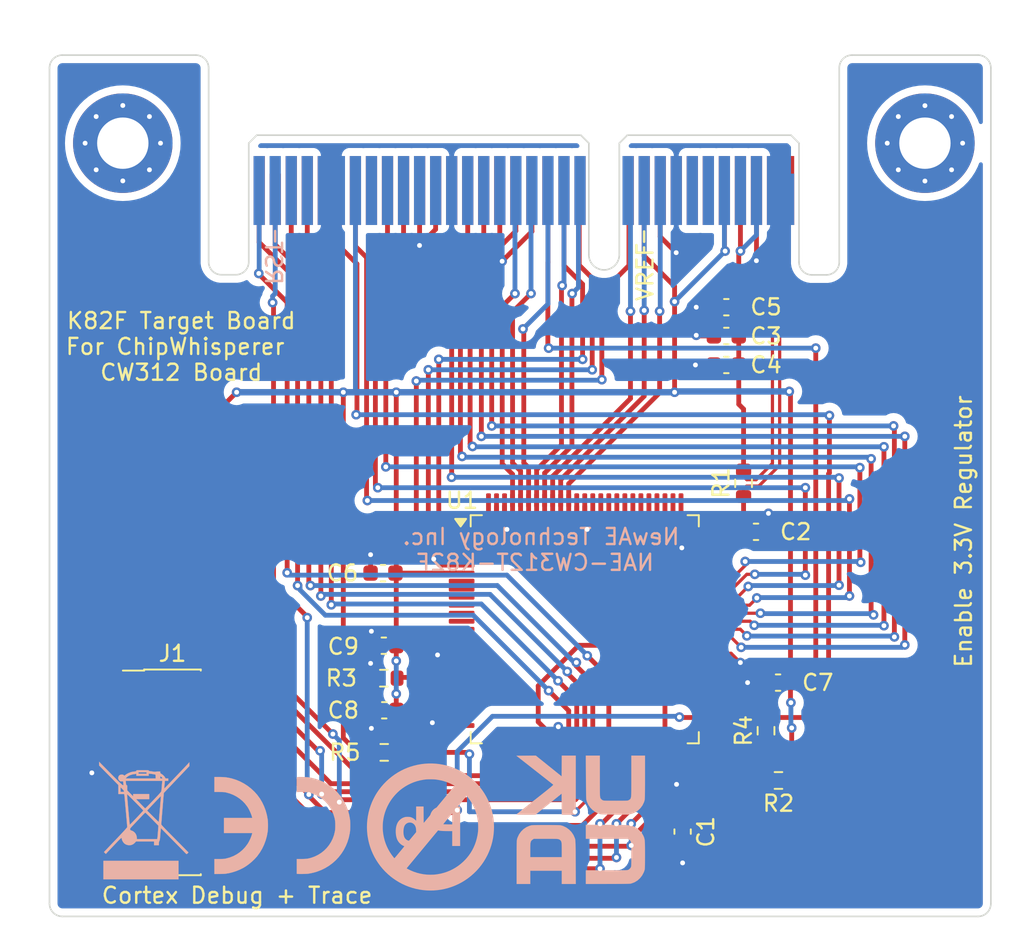
<source format=kicad_pcb>
(kicad_pcb (version 20240108) (generator "pcbnew") (generator_version "8.0")
  (layers (0 "F.Cu" signal) (31 "B.Cu" signal) (34 "B.Paste" user) (35 "F.Paste" user) (36 "B.SilkS" user "B.Silkscreen") (37 "F.SilkS" user "F.Silkscreen") (38 "B.Mask" user) (39 "F.Mask" user) (44 "Edge.Cuts" user))
  (net 0 "")
  (net 1 "GND")
  (net 2 "/K82/TRACED1")
  (net 3 "/K82/TRACECLK")
  (net 4 "/K82/TRACED0")
  (net 5 "VCC")
  (net 6 "/K82/TRACED2")
  (net 7 "/K82/TRACED3")
  (net 8 "/CW312T_Connector/FILT_HP")
  (net 12 "/CW312T_Connector/HDR7")
  (net 13 "/CW312T_Connector/GPIO3")
  (net 14 "/CW312T_Connector/JTAG_TRST")
  (net 15 "JTAG_TDO")
  (net 17 "/CW312T_Connector/HDR8")
  (net 18 "/CW312T_Connector/SHUNTL")
  (net 20 "/CW312T_Connector/HDR5")
  (net 21 "/CW312T_Connector/CS")
  (net 22 "/CW312T_Connector/HDR1")
  (net 24 "/CW312T_Connector/GPIO2_RX")
  (net 26 "/CW312T_Connector/CLKIN")
  (net 27 "/CW312T_Connector/HDR2")
  (net 29 "/CW312T_Connector/GPIO4")
  (net 32 "/CW312T_Connector/HDR4")
  (net 34 "/CW312T_Connector/GPIO1_TX")
  (net 36 "/CW312T_Connector/LED2")
  (net 37 "/CW312T_Connector/LED3")
  (net 38 "/CW312T_Connector/MISO")
  (net 39 "/CW312T_Connector/MOSI")
  (net 40 "/CW312T_Connector/LED1")
  (net 42 "/CW312T_Connector/HDR6")
  (net 44 "/CW312T_Connector/SCK")
  (net 46 "/CW312T_Connector/HDR3")
  (net 56 "JTAG_TMS")
  (net 66 "JTAG_TCK")
  (net 83 "nRST")
  (net 91 "JTAG_TDI")
  (net 99 "Net-(U1-PTA18{slash}EXTAL0)")
  (net 100 "Net-(U1-VOUT33)")
  (net 101 "Net-(U1-PTA4{slash}LLWU_P3)")
  (footprint "Package_QFP:LQFP-100_14x14mm_P0.5mm" (layer "F.Cu") (at 157.9 95.824999)
    (property "Reference" "U1")
    (property "Value" "MK82FN256VLL15")
  )
  (footprint "Silkscrren_Symbols:CE-Logo_8.5x6mm_SilkScreen" (layer "F.Cu") (at 139.05 108.05)
    (property "Reference" "PCB1" (hide yes))
    (property "Value" "CE Symbol" (hide yes))
  )
  (footprint "Resistor_SMD:R_0603_1608Metric" (layer "F.Cu") (at 145.375001 98.875002 180)
    (property "Reference" "R3")
    (property "Value" "RES_10k_0603")
  )
  (footprint "Connector_PinHeader_1.27mm:PinHeader_2x10_P1.27mm_Vertical_SMD" (layer "F.Cu") (at 132.2 104.745)
    (property "Reference" "J1")
    (property "Value" "20_pin")
  )
  (footprint "Resistor_SMD:R_0603_1608Metric" (layer "F.Cu") (at 169.975 105.25 180)
    (property "Reference" "R2")
    (property "Value" "RES_10R_0603")
  )
  (footprint "Capacitor_SMD:C_0603_1608Metric" (layer "F.Cu") (at 166.725 75.75)
    (property "Reference" "C5")
    (property "Value" "CAP_2u2_6.3V_0603")
  )
  (footprint "Resistor_SMD:R_0603_1608Metric" (layer "F.Cu") (at 145.4 103.5)
    (property "Reference" "R5")
    (property "Value" "RES_10k_0603")
  )
  (footprint "Resistor_SMD:R_0603_1608Metric" (layer "F.Cu") (at 167.8 86.725 90)
    (property "Reference" "R1")
    (property "Value" "RES_10R_0603")
  )
  (footprint "Silkscrren_Symbols:UKCA-Logo_8x8mm_SilkScreen" (layer "F.Cu") (at 157.019899 107.700334)
    (property "Reference" "PCB3" (hide yes))
    (property "Value" "UKCA symbol" (hide yes))
  )
  (footprint "Silkscrren_Symbols:Pb_Free_8.0x8.0mm_SilkScreen" (layer "F.Cu") (at 147.55 108.15)
    (property "Reference" "PCB2" (hide yes))
    (property "Value" "Pb_Free Symbol" (hide yes))
  )
  (footprint "tutorial_2_library:CW312_Template" (layer "F.Cu") (at 129.105 65.525)
    (property "Reference" "P1" (hide yes))
    (property "Value" "PCIEx4 EDGE CONNECTOR")
    (fp_line (start -4.57 -4.69) (end -4.57 47.4) (stroke (width 0.1)) (layer "Edge.Cuts"))
    (fp_line (start 4.55 -5.49) (end -3.77 -5.49) (stroke (width 0.1)) (layer "Edge.Cuts"))
    (fp_line (start 5.35 7.4) (end 5.35 -4.69) (stroke (width 0.1)) (layer "Edge.Cuts"))
    (fp_line (start 7.05 8.2) (end 6.15 8.2) (stroke (width 0.1)) (layer "Edge.Cuts"))
    (fp_line (start 7.85 0) (end 8.35 -0.5) (stroke (width 0.1)) (layer "Edge.Cuts"))
    (fp_line (start 7.85 7.4) (end 7.85 0) (stroke (width 0.1)) (layer "Edge.Cuts"))
    (fp_line (start 28.55 -0.5) (end 8.35 -0.5) (stroke (width 0.1)) (layer "Edge.Cuts"))
    (fp_line (start 29.05 0) (end 28.55 -0.5) (stroke (width 0.1)) (layer "Edge.Cuts"))
    (fp_line (start 29.05 6.95) (end 29.05 0) (stroke (width 0.1)) (layer "Edge.Cuts"))
    (fp_line (start 30.95 0) (end 31.45 -0.5) (stroke (width 0.1)) (layer "Edge.Cuts"))
    (fp_line (start 30.95 6.95) (end 30.95 0) (stroke (width 0.1)) (layer "Edge.Cuts"))
    (fp_line (start 41.65 -0.5) (end 31.45 -0.5) (stroke (width 0.1)) (layer "Edge.Cuts"))
    (fp_line (start 42.15 0) (end 41.65 -0.5) (stroke (width 0.1)) (layer "Edge.Cuts"))
    (fp_line (start 42.15 7.41) (end 42.15 0) (stroke (width 0.1)) (layer "Edge.Cuts"))
    (fp_line (start 42.95 8.21) (end 43.86 8.21) (stroke (width 0.1)) (layer "Edge.Cuts"))
    (fp_line (start 44.66 7.41) (end 44.66 -4.69) (stroke (width 0.1)) (layer "Edge.Cuts"))
    (fp_line (start 45.46 -5.49) (end 53.31 -5.49) (stroke (width 0.1)) (layer "Edge.Cuts"))
    (fp_line (start 53.31 48.2) (end -3.77 48.2) (stroke (width 0.1)) (layer "Edge.Cuts"))
    (fp_line (start 54.11 -4.69) (end 54.11 47.4) (stroke (width 0.1)) (layer "Edge.Cuts"))
    (fp_arc (start -4.57 -4.69) (mid -4.335685 -5.255685) (end -3.77 -5.49) (stroke (width 0.1)) (layer "Edge.Cuts"))
    (fp_arc (start -3.77 48.2) (mid -4.335685 47.965685) (end -4.57 47.4) (stroke (width 0.1)) (layer "Edge.Cuts"))
    (fp_arc (start 4.55 -5.49) (mid 5.115685 -5.255685) (end 5.35 -4.69) (stroke (width 0.1)) (layer "Edge.Cuts"))
    (fp_arc (start 6.15 8.2) (mid 5.584315 7.965685) (end 5.35 7.4) (stroke (width 0.1)) (layer "Edge.Cuts"))
    (fp_arc (start 7.85 7.4) (mid 7.615685 7.965685) (end 7.05 8.2) (stroke (width 0.1)) (layer "Edge.Cuts"))
    (fp_arc (start 30.95 6.95) (mid 30 7.9) (end 29.05 6.95) (stroke (width 0.1)) (layer "Edge.Cuts"))
    (fp_arc (start 42.95 8.21) (mid 42.384315 7.975685) (end 42.15 7.41) (stroke (width 0.1)) (layer "Edge.Cuts"))
    (fp_arc (start 44.66 -4.69) (mid 44.894315 -5.255685) (end 45.46 -5.49) (stroke (width 0.1)) (layer "Edge.Cuts"))
    (fp_arc (start 44.66 7.41) (mid 44.425685 7.975685) (end 43.86 8.21) (stroke (width 0.1)) (layer "Edge.Cuts"))
    (fp_arc (start 53.31 -5.49) (mid 53.875685 -5.255685) (end 54.11 -4.69) (stroke (width 0.1)) (layer "Edge.Cuts"))
    (fp_arc (start 54.11 47.4) (mid 53.875685 47.965685) (end 53.31 48.2) (stroke (width 0.1)) (layer "Edge.Cuts"))
  )
  (footprint "Capacitor_SMD:C_0603_1608Metric" (layer "F.Cu") (at 164 108.4375 90)
    (property "Reference" "C1")
    (property "Value" "DNM_CAP_0603")
  )
  (footprint "Capacitor_SMD:C_0603_1608Metric" (layer "F.Cu") (at 166.724999 77.540001)
    (property "Reference" "C3")
    (property "Value" "CAP_100n_6.3V_0603")
  )
  (footprint "Capacitor_SMD:C_0603_1608Metric" (layer "F.Cu") (at 168.575 89.75 180)
    (property "Reference" "C2")
    (property "Value" "DNM_CAP_0603")
  )
  (footprint "Capacitor_SMD:C_0603_1608Metric" (layer "F.Cu") (at 145.325 92.325001)
    (property "Reference" "C6")
    (property "Value" "CAP_100n_6.3V_0603")
  )
  (footprint "Capacitor_SMD:C_0603_1608Metric" (layer "F.Cu") (at 169.95 99.15)
    (property "Reference" "C7")
    (property "Value" "CAP_100n_6.3V_0603")
  )
  (footprint "Capacitor_SMD:C_0603_1608Metric" (layer "F.Cu") (at 166.725 79.35)
    (property "Reference" "C4")
    (property "Value" "CAP_100n_6.3V_0603")
  )
  (footprint "Capacitor_SMD:C_0603_1608Metric" (layer "F.Cu") (at 145.400002 100.875002)
    (property "Reference" "C8")
    (property "Value" "CAP_100n_6.3V_0603")
  )
  (footprint "Silkscrren_Symbols:WEEE-Logo_5.6x8mm_SilkScreen" (layer "F.Cu") (at 129.359054 107.402245)
    (property "Reference" "PCB4" (hide yes))
    (property "Value" "WEEE SYMBOL" (hide yes))
  )
  (footprint "Resistor_SMD:R_0603_1608Metric" (layer "F.Cu") (at 169.2 102.15 -90)
    (property "Reference" "R4")
    (property "Value" "RES_10k_0603")
  )
  (footprint "Capacitor_SMD:C_0603_1608Metric" (layer "F.Cu") (at 145.375001 96.85)
    (property "Reference" "C9")
    (property "Value" "CAP_100n_6.3V_0603")
  )
  (gr_line (start 138.6 71) (end 138.6 71.65) (stroke (width 0.15)) (layer "B.SilkS"))
  (gr_line (start 161.6 71.025) (end 161.6 71.675) (stroke (width 0.15)) (layer "F.SilkS"))
  (gr_text "NewAE Technology Inc. \nNAE-CW312T-K82F" (at 154.8 92.25 0) (layer "B.SilkS") (effects (font (size 1 1)) (justify bottom mirror)))
  (gr_text "RST" (at 137.9 74.45 270) (layer "B.SilkS") (effects (font (size 1 1)) (justify left bottom mirror)))
  (gr_text "K82F Target Board\nFor ChipWhisperer \nCW312 Board" (at 132.75 80.4 0) (layer "F.SilkS") (effects (font (size 1 1)) (justify bottom)))
  (gr_text "Cortex Debug + Trace" (at 127.7 113 0) (layer "F.SilkS") (effects (font (size 1 1)) (justify left bottom)))
  (gr_text "Enable 3.3V Regulator" (at 182.1 98.3 90) (layer "F.SilkS") (effects (font (size 1 1)) (justify left bottom)))
  (gr_text "VREF" (at 162.25 75.45 90) (layer "F.SilkS") (effects (font (size 1 1)) (justify left bottom)))
  (segment (start 128.1 107.9) (end 128.1 109.2) (width 0.3) (layer "F.Cu") (net 1))
  (segment (start 128.1 104.775) (end 127.175 104.775) (width 0.3) (layer "F.Cu") (net 1))
  (segment (start 128.4 100.3) (end 128.1 100.6) (width 0.3) (layer "F.Cu") (net 1))
  (segment (start 167.024999 97.324999) (end 167.6 97.9) (width 0.2) (layer "F.Cu") (net 1))
  (segment (start 150.225 101.824999) (end 148.574999 101.824999) (width 0.3) (layer "F.Cu") (net 1))
  (segment (start 153.05 89.6) (end 152.900001 89.450001) (width 0.3) (layer "F.Cu") (net 1))
  (segment (start 152.900001 89.450001) (end 152.900001 88.149999) (width 0.3) (layer "F.Cu") (net 1))
  (segment (start 147.605 71.895) (end 147.6 71.9) (width 0.2) (layer "F.Cu") (net 1))
  (segment (start 128.1 104.125) (end 128.1 104.775) (width 0.3) (layer "F.Cu") (net 1))
  (segment (start 165.95 75.75) (end 164.85 75.75) (width 0.3) (layer "F.Cu") (net 1))
  (segment (start 148.725001 97.424999) (end 148.825001 97.324999) (width 0.3) (layer "F.Cu") (net 1))
  (segment (start 128.11 102.84) (end 128.1 102.85) (width 0.2) (layer "F.Cu") (net 1))
  (segment (start 144.550001 98.875002) (end 144.550001 97.950001) (width 0.3) (layer "F.Cu") (net 1))
  (segment (start 150.225 91.824998) (end 148.865985 91.824998) (width 0.3) (layer "F.Cu") (net 1))
  (segment (start 164.890001 77.540001) (end 164.85 77.5) (width 0.2) (layer "F.Cu") (net 1))
  (segment (start 148.605 68.475) (end 148.605 70.895) (width 0.3) (layer "F.Cu") (net 1))
  (segment (start 128.1 106.65) (end 128.1 107.9) (width 0.3) (layer "F.Cu") (net 1))
  (segment (start 144.550001 97.950001) (end 144.55 97.95) (width 0.2) (layer "F.Cu") (net 1))
  (segment (start 128.1 109.2) (end 128.1 110.2) (width 0.3) (layer "F.Cu") (net 1))
  (segment (start 144.625002 100.875002) (end 144.625002 101.974998) (width 0.3) (layer "F.Cu") (net 1))
  (segment (start 164.375001 90.324999) (end 165.575 90.324999) (width 0.3) (layer "F.Cu") (net 1))
  (segment (start 130.25 104.11) (end 128.115 104.11) (width 0.3) (layer "F.Cu") (net 1))
  (segment (start 148.605 70.895) (end 147.6 71.9) (width 0.3) (layer "F.Cu") (net 1))
  (segment (start 130.25 101.57) (end 128.12 101.57) (width 0.3) (layer "F.Cu") (net 1))
  (segment (start 128.1 102.85) (end 128.1 104.125) (width 0.3) (layer "F.Cu") (net 1))
  (segment (start 144.625002 101.974998) (end 144.6 102) (width 0.2) (layer "F.Cu") (net 1))
  (segment (start 130.25 109.19) (end 128.11 109.19) (width 0.3) (layer "F.Cu") (net 1))
  (segment (start 164 109.2125) (end 164 110.3875) (width 0.3) (layer "F.Cu") (net 1))
  (segment (start 128.1 105.375) (end 128.1 106.65) (width 0.3) (layer "F.Cu") (net 1))
  (segment (start 144.55 92.325001) (end 144.55 91.175001) (width 0.3) (layer "F.Cu") (net 1))
  (segment (start 152.75 72.88462) (end 154.605 71.02962) (width 0.3) (layer "F.Cu") (net 1))
  (segment (start 128.105 105.38) (end 128.1 105.375) (width 0.2) (layer "F.Cu") (net 1))
  (segment (start 150.225 101.324999) (end 148.725001 101.324999) (width 0.3) (layer "F.Cu") (net 1))
  (segment (start 157.9 89.45) (end 157.9 88.149998) (width 0.3) (layer "F.Cu") (net 1))
  (segment (start 148.865985 91.824998) (end 148.485842 91.444855) (width 0.3) (layer "F.Cu") (net 1))
  (segment (start 130.25 105.38) (end 128.105 105.38) (width 0.3) (layer "F.Cu") (net 1))
  (segment (start 128.1 100.6) (end 128.1 101.55) (width 0.3) (layer "F.Cu") (net 1))
  (segment (start 128.12 101.57) (end 128.1 101.55) (width 0.2) (layer "F.Cu") (net 1))
  (segment (start 163.4 103.499999) (end 163.4 105.26924) (width 0.3) (layer "F.Cu") (net 1))
  (segment (start 162.605 68.475) (end 162.605 71.355) (width 0.3) (layer "F.Cu") (net 1))
  (segment (start 128.1 110.2) (end 128.36 110.46) (width 0.3) (layer "F.Cu") (net 1))
  (segment (start 169.175 99.15) (end 168.05 99.15) (width 0.3) (layer "F.Cu") (net 1))
  (segment (start 130.25 100.3) (end 128.4 100.3) (width 0.3) (layer "F.Cu") (net 1))
  (segment (start 169.35 89.75) (end 169.35 88.6) (width 0.3) (layer "F.Cu") (net 1))
  (segment (start 163.4 105.26924) (end 163.622271 105.491511) (width 0.3) (layer "F.Cu") (net 1))
  (segment (start 162.605 71.355) (end 163.6 72.35) (width 0.3) (layer "F.Cu") (net 1))
  (segment (start 165.95 79.35) (end 164.8 79.35) (width 0.3) (layer "F.Cu") (net 1))
  (segment (start 154.605 71.02962) (end 154.605 68.475) (width 0.3) (layer "F.Cu") (net 1))
  (segment (start 148.825001 97.324999) (end 150.225 97.324999) (width 0.3) (layer "F.Cu") (net 1))
  (segment (start 128.115 104.11) (end 128.1 104.125) (width 0.2) (layer "F.Cu") (net 1))
  (segment (start 128.36 110.46) (end 130.25 110.46) (width 0.3) (layer "F.Cu") (net 1))
  (segment (start 128.11 109.19) (end 128.1 109.2) (width 0.2) (layer "F.Cu") (net 1))
  (segment (start 128.1 104.775) (end 128.1 105.375) (width 0.3) (layer "F.Cu") (net 1))
  (segment (start 165.949999 77.540001) (end 164.890001 77.540001) (width 0.3) (layer "F.Cu") (net 1))
  (segment (start 165.575 97.324999) (end 167.024999 97.324999) (width 0.2) (layer "F.Cu") (net 1))
  (segment (start 128.1 101.55) (end 128.1 102.85) (width 0.3) (layer "F.Cu") (net 1))
  (segment (start 147.605 68.475) (end 147.605 71.895) (width 0.3) (layer "F.Cu") (net 1))
  (segment (start 158.05 89.6) (end 157.9 89.45) (width 0.3) (layer "F.Cu") (net 1))
  (segment (start 168.605 68.475) (end 168.605 72.845) (width 0.3) (layer "F.Cu") (net 1))
  (segment (start 130.25 102.84) (end 128.11 102.84) (width 0.3) (layer "F.Cu") (net 1))
  (segment (start 144.600001 96.85) (end 144.600001 95.95) (width 0.3) (layer "F.Cu") (net 1))
  (segment (start 130.25 106.65) (end 128.1 106.65) (width 0.3) (layer "F.Cu") (net 1))
  (segment (start 163.95 90.75) (end 164.375001 90.324999) (width 0.3) (layer "F.Cu") (net 1))
  (segment (start 148.725001 101.324999) (end 148.4 101.65) (width 0.3) (layer "F.Cu") (net 1))
  (segment (start 128.12 107.92) (end 128.1 107.9) (width 0.2) (layer "F.Cu") (net 1))
  (segment (start 148.574999 101.824999) (end 148.4 101.65) (width 0.2) (layer "F.Cu") (net 1))
  (segment (start 156.25 101.9) (end 156.25 101.930761) (width 0.2) (layer "F.Cu") (net 1))
  (segment (start 168.605 72.845) (end 168.6 72.85) (width 0.2) (layer "F.Cu") (net 1))
  (segment (start 130.25 107.92) (end 128.12 107.92) (width 0.3) (layer "F.Cu") (net 1))
  (segment (start 156.4 102.080761) (end 156.4 103.499999) (width 0.3) (layer "F.Cu") (net 1))
  (via (at 168.05 99.15) (size 0.6) (drill 0.3) (layers "F.Cu" "B.Cu") (net 1))
  (via (at 148.4 101.65) (size 0.6) (drill 0.3) (layers "F.Cu" "B.Cu") (net 1))
  (via (at 144.600001 95.95) (size 0.6) (drill 0.3) (layers "F.Cu" "B.Cu") (net 1))
  (via (at 127.175 104.775) (size 0.6) (drill 0.3) (layers "F.Cu" "B.Cu") (net 1))
  (via (at 153.05 89.6) (size 0.6) (drill 0.3) (layers "F.Cu" "B.Cu") (net 1))
  (via (at 163.622271 105.491511) (size 0.6) (drill 0.3) (layers "F.Cu" "B.Cu") (net 1))
  (via (at 164.85 75.75) (size 0.6) (drill 0.3) (layers "F.Cu" "B.Cu") (net 1))
  (via (at 148.485842 91.444855) (size 0.6) (drill 0.3) (layers "F.Cu" "B.Cu") (net 1))
  (via (at 169.35 88.6) (size 0.6) (drill 0.3) (layers "F.Cu" "B.Cu") (net 1))
  (via (at 168.6 72.85) (size 0.6) (drill 0.3) (layers "F.Cu" "B.Cu") (net 1))
  (via (at 167.6 97.9) (size 0.6) (drill 0.3) (layers "F.Cu" "B.Cu") (net 1))
  (via (at 163.6 72.35) (size 0.6) (drill 0.3) (layers "F.Cu" "B.Cu") (net 1))
  (via (at 144.6 102) (size 0.6) (drill 0.3) (layers "F.Cu" "B.Cu") (net 1))
  (via (at 144.55 97.95) (size 0.6) (drill 0.3) (layers "F.Cu" "B.Cu") (net 1))
  (via (at 164.8 79.35) (size 0.6) (drill 0.3) (layers "F.Cu" "B.Cu") (net 1))
  (via (at 147.6 71.9) (size 0.6) (drill 0.3) (layers "F.Cu" "B.Cu") (net 1))
  (via (at 156.25 101.9) (size 0.6) (drill 0.3) (layers "F.Cu" "B.Cu") (net 1))
  (via (at 144.55 91.175001) (size 0.6) (drill 0.3) (layers "F.Cu" "B.Cu") (net 1))
  (via (at 148.725001 97.424999) (size 0.6) (drill 0.3) (layers "F.Cu" "B.Cu") (net 1))
  (via (at 152.75 72.88462) (size 0.6) (drill 0.3) (layers "F.Cu" "B.Cu") (net 1))
  (via (at 158.05 89.6) (size 0.6) (drill 0.3) (layers "F.Cu" "B.Cu") (net 1))
  (via (at 164.85 77.5) (size 0.6) (drill 0.3) (layers "F.Cu" "B.Cu") (net 1))
  (via (at 164 110.3875) (size 0.6) (drill 0.3) (layers "F.Cu" "B.Cu") (net 1))
  (via (at 163.95 90.75) (size 0.6) (drill 0.3) (layers "F.Cu" "B.Cu") (net 1))
  (segment (start 160.745585 109.35) (end 140.5 109.35) (width 0.3) (layer "F.Cu") (net 2))
  (segment (start 139.07 107.92) (end 134.15 107.92) (width 0.3) (layer "F.Cu") (net 2))
  (segment (start 161.4 107.345586) (end 161.4 104.85) (width 0.3) (layer "F.Cu") (net 2))
  (segment (start 161.4 104.85) (end 161.4 103.499999) (width 0.2) (layer "F.Cu") (net 2))
  (segment (start 160.795585 107.950001) (end 161.4 107.345586) (width 0.3) (layer "F.Cu") (net 2))
  (segment (start 140.5 109.35) (end 139.07 107.92) (width 0.3) (layer "F.Cu") (net 2))
  (segment (start 160.795585 109.3) (end 160.745585 109.35) (width 0.3) (layer "F.Cu") (net 2))
  (via (at 160.795585 107.950001) (size 0.6) (drill 0.3) (layers "F.Cu" "B.Cu") (net 2))
  (via (at 160.795585 109.3) (size 0.6) (drill 0.3) (layers "F.Cu" "B.Cu") (net 2))
  (segment (start 160.795585 109.3) (end 160.795585 107.950001) (width 0.3) (layer "B.Cu") (net 2))
  (segment (start 141.4 108.05) (end 138.73 105.38) (width 0.3) (layer "F.Cu") (net 3))
  (segment (start 159.9 105.9) (end 157.75 108.05) (width 0.3) (layer "F.Cu") (net 3))
  (segment (start 157.75 108.05) (end 141.4 108.05) (width 0.3) (layer "F.Cu") (net 3))
  (segment (start 159.9 104.85) (end 159.9 103.499999) (width 0.2) (layer "F.Cu") (net 3))
  (segment (start 138.73 105.38) (end 134.15 105.38) (width 0.3) (layer "F.Cu") (net 3))
  (segment (start 159.9 104.85) (end 159.9 105.9) (width 0.3) (layer "F.Cu") (net 3))
  (segment (start 161.900001 104.85) (end 161.900001 107.764824) (width 0.3) (layer "F.Cu") (net 4))
  (segment (start 140.800001 108.600001) (end 138.85 106.65) (width 0.3) (layer "F.Cu") (net 4))
  (segment (start 161.064824 108.600001) (end 140.800001 108.600001) (width 0.3) (layer "F.Cu") (net 4))
  (segment (start 161.900001 104.85) (end 161.900001 103.499999) (width 0.2) (layer "F.Cu") (net 4))
  (segment (start 161.900001 107.764824) (end 161.064824 108.600001) (width 0.3) (layer "F.Cu") (net 4))
  (segment (start 138.85 106.65) (end 134.15 106.65) (width 0.3) (layer "F.Cu") (net 4))
  (segment (start 146.175006 100.874998) (end 146.175002 100.875002) (width 0.2) (layer "F.Cu") (net 5))
  (segment (start 163.5 75.4) (end 163.5 81.05) (width 0.3) (layer "F.Cu") (net 5))
  (segment (start 136.2 81.05) (end 128.525 88.725) (width 0.3) (layer "F.Cu") (net 5))
  (segment (start 146.150001 96.85) (end 146.150001 97.799999) (width 0.3) (layer "F.Cu") (net 5))
  (segment (start 146.15 90.55) (end 146.15 96.849999) (width 0.3) (layer "F.Cu") (net 5))
  (segment (start 128.525 98.775) (end 128.78 99.03) (width 0.3) (layer "F.Cu") (net 5))
  (segment (start 128.525 88.725) (end 128.525 98.775) (width 0.3) (layer "F.Cu") (net 5))
  (segment (start 142.85 81.05) (end 142.85 102.6) (width 0.3) (layer "F.Cu") (net 5))
  (segment (start 163.5 74.45) (end 161.605 72.555) (width 0.3) (layer "F.Cu") (net 5))
  (segment (start 166.605 68.475) (end 166.605 72.205) (width 0.3) (layer "F.Cu") (net 5))
  (segment (start 146.15 99.850002) (end 146.15 100.85) (width 0.3) (layer "F.Cu") (net 5))
  (segment (start 143.75 103.5) (end 144.575 103.5) (width 0.3) (layer "F.Cu") (net 5))
  (segment (start 146.225006 100.824998) (end 146.175002 100.875002) (width 0.2) (layer "F.Cu") (net 5))
  (segment (start 146.25 100.95) (end 146.175002 100.875002) (width 0.2) (layer "F.Cu") (net 5))
  (segment (start 170.725 99.375) (end 170.65 99.45) (width 0.3) (layer "F.Cu") (net 5))
  (segment (start 170.65 81) (end 170.725 81.075) (width 0.3) (layer "F.Cu") (net 5))
  (segment (start 146.175002 96.824999) (end 146.150001 96.85) (width 0.2) (layer "F.Cu") (net 5))
  (segment (start 150.225 92.324999) (end 146.125001 92.324999) (width 0.3) (layer "F.Cu") (net 5))
  (segment (start 166.605 72.205) (end 166.65 72.25) (width 0.2) (layer "F.Cu") (net 5))
  (segment (start 146.15 100.85) (end 146.175002 100.875002) (width 0.2) (layer "F.Cu") (net 5))
  (segment (start 146.15 81.05) (end 146.15 90.55) (width 0.3) (layer "F.Cu") (net 5))
  (segment (start 170.725 81.075) (end 170.725 99.375) (width 0.3) (layer "F.Cu") (net 5))
  (segment (start 146.150001 97.799999) (end 146.15 97.8) (width 0.2) (layer "F.Cu") (net 5))
  (segment (start 161.605 72.555) (end 161.605 68.475) (width 0.3) (layer "F.Cu") (net 5))
  (segment (start 150.225 100.324999) (end 148.799999 100.324999) (width 0.3) (layer "F.Cu") (net 5))
  (segment (start 148.799999 100.324999) (end 148.3 100.824998) (width 0.3) (layer "F.Cu") (net 5))
  (segment (start 170.65 81) (end 170.65 80.8) (width 0.2) (layer "F.Cu") (net 5))
  (segment (start 128.78 99.03) (end 130.25 99.03) (width 0.3) (layer "F.Cu") (net 5))
  (segment (start 146.175005 100.874999) (end 146.175002 100.875002) (width 0.2) (layer "F.Cu") (net 5))
  (segment (start 170.725 100.375) (end 170.75 100.4) (width 0.2) (layer "F.Cu") (net 5))
  (segment (start 146.125001 92.3) (end 146.1 92.325001) (width 0.3) (layer "F.Cu") (net 5))
  (segment (start 170.775 102.975) (end 169.2 102.975) (width 0.3) (layer "F.Cu") (net 5))
  (segment (start 146.200001 100.900001) (end 146.175002 100.875002) (width 0.2) (layer "F.Cu") (net 5))
  (segment (start 146.15 96.849999) (end 146.150001 96.85) (width 0.2) (layer "F.Cu") (net 5))
  (segment (start 150.225 100.824998) (end 146.225006 100.824998) (width 0.3) (layer "F.Cu") (net 5))
  (segment (start 150.225 96.824999) (end 146.175002 96.824999) (width 0.3) (layer "F.Cu") (net 5))
  (segment (start 142.85 102.6) (end 143.75 103.5) (width 0.3) (layer "F.Cu") (net 5))
  (segment (start 170.8 102.95) (end 170.775 102.975) (width 0.2) (layer "F.Cu") (net 5))
  (segment (start 170.8 101.975) (end 170.8 102.95) (width 0.3) (layer "F.Cu") (net 5))
  (segment (start 163.5 75.4) (end 163.5 74.45) (width 0.3) (layer "F.Cu") (net 5))
  (segment (start 170.725 99.15) (end 170.725 100.375) (width 0.3) (layer "F.Cu") (net 5))
  (via (at 166.65 72.25) (size 0.6) (drill 0.3) (layers "F.Cu" "B.Cu") (net 5))
  (via (at 146.15 99.850002) (size 0.6) (drill 0.3) (layers "F.Cu" "B.Cu") (net 5))
  (via (at 163.5 75.4) (size 0.6) (drill 0.3) (layers "F.Cu" "B.Cu") (net 5))
  (via (at 170.65 81) (size 0.6) (drill 0.3) (layers "F.Cu" "B.Cu") (net 5))
  (via (at 146.15 81.05) (size 0.6) (drill 0.3) (layers "F.Cu" "B.Cu") (net 5))
  (via (at 142.85 81.05) (size 0.6) (drill 0.3) (layers "F.Cu" "B.Cu") (net 5))
  (via (at 146.15 97.8) (size 0.6) (drill 0.3) (layers "F.Cu" "B.Cu") (net 5))
  (via (at 136.2 81.05) (size 0.6) (drill 0.3) (layers "F.Cu" "B.Cu") (net 5))
  (via (at 163.5 81.05) (size 0.6) (drill 0.3) (layers "F.Cu" "B.Cu") (net 5))
  (via (at 170.75 100.4) (size 0.6) (drill 0.3) (layers "F.Cu" "B.Cu") (net 5))
  (via (at 170.8 101.975) (size 0.6) (drill 0.3) (layers "F.Cu" "B.Cu") (net 5))
  (segment (start 142.85 81.05) (end 146.15 81.05) (width 0.4) (layer "B.Cu") (net 5))
  (segment (start 163.5 81) (end 170.65 81) (width 0.4) (layer "B.Cu") (net 5))
  (segment (start 166.65 72.25) (end 163.5 75.4) (width 0.3) (layer "B.Cu") (net 5))
  (segment (start 166.605 68.475) (end 166.605 72.205) (width 0.3) (layer "B.Cu") (net 5))
  (segment (start 146.15 81.05) (end 163.5 81.05) (width 0.4) (layer "B.Cu") (net 5))
  (segment (start 166.605 72.205) (end 166.65 72.25) (width 0.2) (layer "B.Cu") (net 5))
  (segment (start 146.15 97.8) (end 146.15 99.850002) (width 0.3) (layer "B.Cu") (net 5))
  (segment (start 142.85 81.05) (end 136.2 81.05) (width 0.4) (layer "B.Cu") (net 5))
  (segment (start 143.605 81) (end 143.605 68.475) (width 0.3) (layer "B.Cu") (net 5))
  (segment (start 170.75 100.4) (end 170.75 101.925) (width 0.3) (layer "B.Cu") (net 5))
  (segment (start 170.75 101.925) (end 170.8 101.975) (width 0.2) (layer "B.Cu") (net 5))
  (segment (start 159.876346 107.950001) (end 160.9 106.926347) (width 0.3) (layer "F.Cu") (net 6))
  (segment (start 140.25 110.1) (end 139.34 109.19) (width 0.3) (layer "F.Cu") (net 6))
  (segment (start 159.876346 110.05) (end 159.826346 110.1) (width 0.3) (layer "F.Cu") (net 6))
  (segment (start 159.826346 110.1) (end 140.25 110.1) (width 0.3) (layer "F.Cu") (net 6))
  (segment (start 160.9 106.926347) (end 160.9 104.85) (width 0.3) (layer "F.Cu") (net 6))
  (segment (start 139.34 109.19) (end 134.15 109.19) (width 0.3) (layer "F.Cu") (net 6))
  (segment (start 160.9 104.85) (end 160.9 103.499999) (width 0.2) (layer "F.Cu") (net 6))
  (via (at 159.876346 110.05) (size 0.6) (drill 0.3) (layers "F.Cu" "B.Cu") (net 6))
  (via (at 159.876346 107.950001) (size 0.6) (drill 0.3) (layers "F.Cu" "B.Cu") (net 6))
  (segment (start 159.876346 110.05) (end 159.876346 107.950001) (width 0.3) (layer "B.Cu") (net 6))
  (segment (start 138.775 110.45) (end 134.16 110.45) (width 0.3) (layer "F.Cu") (net 7))
  (segment (start 134.16 110.45) (end 134.15 110.46) (width 0.3) (layer "F.Cu") (net 7))
  (segment (start 139.075 110.75) (end 138.775 110.45) (width 0.3) (layer "F.Cu") (net 7))
  (segment (start 158.85 110.75) (end 139.075 110.75) (width 0.3) (layer "F.Cu") (net 7))
  (segment (start 158.957108 107.95) (end 160.4 106.507108) (width 0.3) (layer "F.Cu") (net 7))
  (segment (start 160.399999 104.85) (end 160.399999 103.499999) (width 0.2) (layer "F.Cu") (net 7))
  (segment (start 160.4 106.507108) (end 160.399999 106.507107) (width 0.2) (layer "F.Cu") (net 7))
  (segment (start 160.399999 104.85) (end 160.399999 106.507107) (width 0.3) (layer "F.Cu") (net 7))
  (segment (start 158.85 107.95) (end 158.957108 107.95) (width 0.3) (layer "F.Cu") (net 7))
  (via (at 158.85 107.95) (size 0.6) (drill 0.3) (layers "F.Cu" "B.Cu") (net 7))
  (via (at 158.85 110.75) (size 0.6) (drill 0.3) (layers "F.Cu" "B.Cu") (net 7))
  (segment (start 158.85 110.75) (end 158.85 107.95) (width 0.3) (layer "B.Cu") (net 7))
  (segment (start 167.605 72.25) (end 167.5 72.355) (width 0.3) (layer "F.Cu") (net 8))
  (segment (start 167.605 68.475) (end 167.605 72.25) (width 0.3) (layer "F.Cu") (net 8))
  (segment (start 167.55 79.45) (end 167.5 79.5) (width 0.3) (layer "F.Cu") (net 8))
  (segment (start 167.499999 77.540001) (end 167.5 77.540002) (width 0.3) (layer "F.Cu") (net 8))
  (segment (start 167.734314 86.234314) (end 168 86.5) (width 0.2) (layer "F.Cu") (net 8))
  (segment (start 167.525 75.725) (end 167.5 75.75) (width 0.3) (layer "F.Cu") (net 8))
  (segment (start 167.5 77.540002) (end 167.575 77.615002) (width 0.3) (layer "F.Cu") (net 8))
  (segment (start 167.5 79.349998) (end 167.499999 79.349999) (width 0.3) (layer "F.Cu") (net 8))
  (segment (start 167.575 75.8) (end 167.5 75.875) (width 0.3) (layer "F.Cu") (net 8))
  (segment (start 167.5 79.35) (end 167.5 81.8) (width 0.3) (layer "F.Cu") (net 8))
  (segment (start 167.5 75.875) (end 167.5 77.540002) (width 0.3) (layer "F.Cu") (net 8))
  (segment (start 167.5 75.675) (end 167.6 75.775) (width 0.3) (layer "F.Cu") (net 8))
  (segment (start 167.784314 85.85) (end 167.734314 85.9) (width 0.2) (layer "F.Cu") (net 8))
  (segment (start 167.5 81.8) (end 167.8 82.1) (width 0.3) (layer "F.Cu") (net 8))
  (segment (start 167.734314 85.95) (end 167.734314 86.234314) (width 0.2) (layer "F.Cu") (net 8))
  (segment (start 169.6 68.48) (end 169.605 68.475) (width 0.2) (layer "F.Cu") (net 8))
  (segment (start 168 86.5) (end 168.584314 86.5) (width 0.2) (layer "F.Cu") (net 8))
  (segment (start 169.6 85.484313) (end 169.6 68.48) (width 0.2) (layer "F.Cu") (net 8))
  (segment (start 167.5 72.355) (end 167.5 75.675) (width 0.3) (layer "F.Cu") (net 8))
  (segment (start 167.5 77.540002) (end 167.5 79.349998) (width 0.3) (layer "F.Cu") (net 8))
  (segment (start 168.584313 86.5) (end 169.6 85.484313) (width 0.2) (layer "F.Cu") (net 8))
  (segment (start 167.8 82.1) (end 167.8 85.9) (width 0.3) (layer "F.Cu") (net 8))
  (segment (start 167.475 75.725) (end 167.5 75.75) (width 0.3) (layer "F.Cu") (net 8))
  (segment (start 167.5 75.75) (end 167.505 75.745) (width 0.3) (layer "F.Cu") (net 8))
  (via (at 167.605 72.25) (size 0.6) (drill 0.3) (layers "F.Cu" "B.Cu") (net 8))
  (segment (start 168.605 68.475) (end 168.605 71.25) (width 0.3) (layer "B.Cu") (net 8))
  (segment (start 168.605 71.25) (end 167.605 72.25) (width 0.3) (layer "B.Cu") (net 8))
  (segment (start 153.899999 85.957105) (end 153.899999 88.149999) (width 0.3) (layer "F.Cu") (net 12))
  (segment (start 153.4 85.457106) (end 153.899999 85.957105) (width 0.3) (layer "F.Cu") (net 12))
  (segment (start 153.4 76.045) (end 153.4 85.457106) (width 0.3) (layer "F.Cu") (net 12))
  (segment (start 154.55 74.895) (end 153.4 76.045) (width 0.3) (layer "F.Cu") (net 12))
  (via (at 154.55 74.895) (size 0.6) (drill 0.3) (layers "F.Cu" "B.Cu") (net 12))
  (segment (start 154.55 68.53) (end 154.605 68.475) (width 0.3) (layer "B.Cu") (net 12))
  (segment (start 154.55 74.895) (end 154.55 68.53) (width 0.3) (layer "B.Cu") (net 12))
  (segment (start 168.464006 95.577299) (end 168.211706 95.324999) (width 0.2) (layer "F.Cu") (net 13))
  (segment (start 150.905 84.42807) (end 150.755 84.27807) (width 0.3) (layer "F.Cu") (net 13))
  (segment (start 151.605 71.295) (end 151.605 68.475) (width 0.3) (layer "F.Cu") (net 13))
  (segment (start 150.755 84.27807) (end 150.755 72.145) (width 0.3) (layer "F.Cu") (net 13))
  (segment (start 168.211706 95.324999) (end 165.575 95.324999) (width 0.2) (layer "F.Cu") (net 13))
  (segment (start 176.55 84.45) (end 176.55 95.6) (width 0.3) (layer "F.Cu") (net 13))
  (segment (start 150.755 72.145) (end 151.605 71.295) (width 0.3) (layer "F.Cu") (net 13))
  (via (at 176.55 84.45) (size 0.6) (drill 0.3) (layers "F.Cu" "B.Cu") (net 13))
  (via (at 176.55 95.6) (size 0.6) (drill 0.3) (layers "F.Cu" "B.Cu") (net 13))
  (via (at 168.464006 95.577299) (size 0.6) (drill 0.3) (layers "F.Cu" "B.Cu") (net 13))
  (via (at 150.905 84.42807) (size 0.6) (drill 0.3) (layers "F.Cu" "B.Cu") (net 13))
  (segment (start 150.905 84.42807) (end 150.92693 84.45) (width 0.3) (layer "B.Cu") (net 13))
  (segment (start 150.92693 84.45) (end 176.55 84.45) (width 0.3) (layer "B.Cu") (net 13))
  (segment (start 176.527299 95.577299) (end 168.464006 95.577299) (width 0.3) (layer "B.Cu") (net 13))
  (segment (start 176.55 95.6) (end 176.527299 95.577299) (width 0.3) (layer "B.Cu") (net 13))
  (segment (start 137.581545 73.644575) (end 137.581545 73.681545) (width 0.3) (layer "F.Cu") (net 14))
  (segment (start 158.056846 97.474999) (end 159.4 98.818153) (width 0.3) (layer "F.Cu") (net 14))
  (segment (start 159.4 98.818153) (end 159.4 103.499999) (width 0.3) (layer "F.Cu") (net 14))
  (segment (start 139.349997 75.449997) (end 139.349997 92.302354) (width 0.3) (layer "F.Cu") (net 14))
  (segment (start 137.581545 73.681545) (end 139.349997 75.449997) (width 0.3) (layer "F.Cu") (net 14))
  (via (at 139.349997 92.302354) (size 0.6) (drill 0.3) (layers "F.Cu" "B.Cu") (net 14))
  (via (at 158.056846 97.474999) (size 0.6) (drill 0.3) (layers "F.Cu" "B.Cu") (net 14))
  (via (at 137.581545 73.644575) (size 0.6) (drill 0.3) (layers "F.Cu" "B.Cu") (net 14))
  (segment (start 158.056846 97.456846) (end 158.056846 97.474999) (width 0.3) (layer "B.Cu") (net 14))
  (segment (start 137.605 73.62112) (end 137.605 68.475) (width 0.3) (layer "B.Cu") (net 14))
  (segment (start 153.05 92.45) (end 158.056846 97.456846) (width 0.3) (layer "B.Cu") (net 14))
  (segment (start 139.497643 92.45) (end 153.05 92.45) (width 0.3) (layer "B.Cu") (net 14))
  (segment (start 139.349997 92.302354) (end 139.497643 92.45) (width 0.3) (layer "B.Cu") (net 14))
  (segment (start 137.581545 73.644575) (end 137.605 73.62112) (width 0.3) (layer "B.Cu") (net 14))
  (segment (start 137.605 68.475) (end 137.555 68.525) (width 0.2) (layer "B.Cu") (net 14))
  (segment (start 141.5 106.1) (end 141.65 105.95) (width 0.3) (layer "F.Cu") (net 15))
  (segment (start 157.9 99.64961) (end 157.9 103.5) (width 0.3) (layer "F.Cu") (net 15))
  (segment (start 141.45 73.75) (end 139.605 71.905) (width 0.3) (layer "F.Cu") (net 15))
  (segment (start 141.27212 103.39712) (end 139.445 101.57) (width 0.3) (layer "F.Cu") (net 15))
  (segment (start 156.80962 98.45962) (end 156.80962 98.55923) (width 0.3) (layer "F.Cu") (net 15))
  (segment (start 157.165686 105.95) (end 157.9 105.215686) (width 0.3) (layer "F.Cu") (net 15))
  (segment (start 141.45 93.75) (end 141.45 73.75) (width 0.3) (layer "F.Cu") (net 15))
  (segment (start 139.445 101.57) (end 134.15 101.57) (width 0.3) (layer "F.Cu") (net 15))
  (segment (start 156.80962 98.55923) (end 157.9 99.64961) (width 0.3) (layer "F.Cu") (net 15))
  (segment (start 157.9 105.215686) (end 157.9 103.5) (width 0.2) (layer "F.Cu") (net 15))
  (segment (start 141.40288 103.39712) (end 141.27212 103.39712) (width 0.3) (layer "F.Cu") (net 15))
  (segment (start 141.65 105.95) (end 157.165686 105.95) (width 0.3) (layer "F.Cu") (net 15))
  (segment (start 139.605 71.905) (end 139.605 68.475) (width 0.3) (layer "F.Cu") (net 15))
  (via (at 156.80962 98.45962) (size 0.6) (drill 0.3) (layers "F.Cu" "B.Cu") (net 15))
  (via (at 141.40288 103.39712) (size 0.6) (drill 0.3) (layers "F.Cu" "B.Cu") (net 15))
  (via (at 141.5 106.1) (size 0.6) (drill 0.3) (layers "F.Cu" "B.Cu") (net 15))
  (via (at 141.45 93.75) (size 0.6) (drill 0.3) (layers "F.Cu" "B.Cu") (net 15))
  (segment (start 141.45 93.75) (end 141.55 93.65) (width 0.3) (layer "B.Cu") (net 15))
  (segment (start 141.40288 103.39712) (end 141.5 103.49424) (width 0.3) (layer "B.Cu") (net 15))
  (segment (start 152 93.65) (end 156.80962 98.45962) (width 0.3) (layer "B.Cu") (net 15))
  (segment (start 141.55 93.65) (end 152 93.65) (width 0.3) (layer "B.Cu") (net 15))
  (segment (start 141.5 103.49424) (end 141.5 106.1) (width 0.3) (layer "B.Cu") (net 15))
  (segment (start 152.755037 75.694963) (end 152.755037 85.519249) (width 0.3) (layer "F.Cu") (net 17))
  (segment (start 153.4 86.164212) (end 153.4 88.149999) (width 0.3) (layer "F.Cu") (net 17))
  (segment (start 153.55 74.9) (end 152.755037 75.694963) (width 0.3) (layer "F.Cu") (net 17))
  (segment (start 152.755037 85.519249) (end 153.4 86.164212) (width 0.3) (layer "F.Cu") (net 17))
  (via (at 153.55 74.9) (size 0.6) (drill 0.3) (layers "F.Cu" "B.Cu") (net 17))
  (segment (start 153.55 68.53) (end 153.605 68.475) (width 0.2) (layer "B.Cu") (net 17))
  (segment (start 153.55 74.9) (end 153.55 68.53) (width 0.3) (layer "B.Cu") (net 17))
  (segment (start 167.8 87.615686) (end 167.8 89.699999) (width 0.3) (layer "F.Cu") (net 18))
  (segment (start 152.4 90.25) (end 157.4 90.25) (width 0.3) (layer "F.Cu") (net 18))
  (segment (start 162.899999 103.499999) (end 162.899999 105.699999) (width 0.3) (layer "F.Cu") (net 18))
  (segment (start 167.8 87.1) (end 167.8 87.55) (width 0.2) (layer "F.Cu") (net 18))
  (segment (start 167.925 89.824999) (end 165.575 89.824999) (width 0.3) (layer "F.Cu") (net 18))
  (segment (start 165.575 89.824999) (end 163.425001 89.824999) (width 0.3) (layer "F.Cu") (net 18))
  (segment (start 170.05 71.95) (end 170.05 85.599998) (width 0.2) (layer "F.Cu") (net 18))
  (segment (start 163 90.25) (end 157.4 90.25) (width 0.3) (layer "F.Cu") (net 18))
  (segment (start 167.8 89.699999) (end 167.925 89.824999) (width 0.3) (layer "F.Cu") (net 18))
  (segment (start 155 99.35) (end 155 101.6) (width 0.3) (layer "F.Cu") (net 18))
  (segment (start 163 90.25) (end 162.9 90.35) (width 0.3) (layer "F.Cu") (net 18))
  (segment (start 162.899999 105.699999) (end 164 106.8) (width 0.3) (layer "F.Cu") (net 18))
  (segment (start 155 101.6) (end 155.9 102.5) (width 0.3) (layer "F.Cu") (net 18))
  (segment (start 168 86.9) (end 167.8 87.1) (width 0.2) (layer "F.Cu") (net 18))
  (segment (start 168.749998 86.9) (end 168 86.9) (width 0.2) (layer "F.Cu") (net 18))
  (segment (start 163.425001 89.824999) (end 163 90.25) (width 0.3) (layer "F.Cu") (net 18))
  (segment (start 170.05 85.599998) (end 168.749998 86.9) (width 0.2) (layer "F.Cu") (net 18))
  (segment (start 152.4 88.149999) (end 152.4 90.25) (width 0.3) (layer "F.Cu") (net 18))
  (segment (start 162.9 90.35) (end 162.9 102.596879) (width 0.3) (layer "F.Cu") (net 18))
  (segment (start 157.4 90.25) (end 157.4 88.149999) (width 0.3) (layer "F.Cu") (net 18))
  (segment (start 162.9 102.596879) (end 162.899999 103.499999) (width 0.3) (layer "F.Cu") (net 18))
  (segment (start 167.734314 87.55) (end 167.8 87.615686) (width 0.3) (layer "F.Cu") (net 18))
  (segment (start 155.9 102.5) (end 155.9 103.499999) (width 0.3) (layer "F.Cu") (net 18))
  (segment (start 157.525001 96.824999) (end 155 99.35) (width 0.3) (layer "F.Cu") (net 18))
  (segment (start 170.605 68.475) (end 170.605 71.395) (width 0.2) (layer "F.Cu") (net 18))
  (segment (start 164 106.8) (end 164 107.6625) (width 0.3) (layer "F.Cu") (net 18))
  (segment (start 170.605 71.395) (end 170.05 71.95) (width 0.2) (layer "F.Cu") (net 18))
  (segment (start 165.575 96.824999) (end 157.525001 96.824999) (width 0.3) (layer "F.Cu") (net 18))
  (segment (start 156.491015 74.399829) (end 156.45 74.440844) (width 0.3) (layer "F.Cu") (net 20))
  (segment (start 154.9 85.878682) (end 154.9 88.149999) (width 0.3) (layer "F.Cu") (net 20))
  (segment (start 156.45 74.440844) (end 156.45 84.328682) (width 0.3) (layer "F.Cu") (net 20))
  (segment (start 156.45 84.328682) (end 154.9 85.878682) (width 0.3) (layer "F.Cu") (net 20))
  (via (at 156.491015 74.399829) (size 0.6) (drill 0.3) (layers "F.Cu" "B.Cu") (net 20))
  (segment (start 156.605 74.285844) (end 156.605 68.475) (width 0.3) (layer "B.Cu") (net 20))
  (segment (start 156.491015 74.399829) (end 156.605 74.285844) (width 0.3) (layer "B.Cu") (net 20))
  (segment (start 168.625 93.875) (end 168.175001 94.324999) (width 0.2) (layer "F.Cu") (net 21))
  (segment (start 168.175001 94.324999) (end 165.575 94.324999) (width 0.2) (layer "F.Cu") (net 21))
  (segment (start 144.35 87.8) (end 144.3 87.75) (width 0.3) (layer "F.Cu") (net 21))
  (segment (start 144.3 87.75) (end 144.3 72.65) (width 0.3) (layer "F.Cu") (net 21))
  (segment (start 143.605 71.955) (end 143.605 68.475) (width 0.3) (layer "F.Cu") (net 21))
  (segment (start 144.3 72.65) (end 143.605 71.955) (width 0.3) (layer "F.Cu") (net 21))
  (segment (start 174.4 93.75) (end 174.4 87.7) (width 0.3) (layer "F.Cu") (net 21))
  (via (at 144.35 87.8) (size 0.6) (drill 0.3) (layers "F.Cu" "B.Cu") (net 21))
  (via (at 168.625 93.875) (size 0.6) (drill 0.3) (layers "F.Cu" "B.Cu") (net 21))
  (via (at 174.4 93.75) (size 0.6) (drill 0.3) (layers "F.Cu" "B.Cu") (net 21))
  (via (at 174.4 87.7) (size 0.6) (drill 0.3) (layers "F.Cu" "B.Cu") (net 21))
  (segment (start 168.65 93.85) (end 168.625 93.875) (width 0.2) (layer "B.Cu") (net 21))
  (segment (start 174.3 87.8) (end 174.4 87.7) (width 0.3) (layer "B.Cu") (net 21))
  (segment (start 174.3 93.85) (end 168.65 93.85) (width 0.3) (layer "B.Cu") (net 21))
  (segment (start 144.35 87.8) (end 174.3 87.8) (width 0.3) (layer "B.Cu") (net 21))
  (segment (start 174.4 93.75) (end 174.3 93.85) (width 0.3) (layer "B.Cu") (net 21))
  (segment (start 162.56788 76) (end 162.56788 81.08212) (width 0.3) (layer "F.Cu") (net 22))
  (segment (start 156.9 86.75) (end 156.9 88.149999) (width 0.3) (layer "F.Cu") (net 22))
  (segment (start 162.56788 81.08212) (end 156.9 86.75) (width 0.3) (layer "F.Cu") (net 22))
  (via (at 162.56788 76) (size 0.6) (drill 0.3) (layers "F.Cu" "B.Cu") (net 22))
  (segment (start 162.56788 76) (end 162.605 75.96288) (width 0.3) (layer "B.Cu") (net 22))
  (segment (start 162.605 75.96288) (end 162.605 68.475) (width 0.3) (layer "B.Cu") (net 22))
  (segment (start 152.605 71.195) (end 152.605 68.475) (width 0.3) (layer "F.Cu") (net 24))
  (segment (start 151.455037 72.344963) (end 152.605 71.195) (width 0.3) (layer "F.Cu") (net 24))
  (segment (start 151.455037 83.8) (end 151.455037 72.344963) (width 0.3) (layer "F.Cu") (net 24))
  (segment (start 177.85 83.8) (end 177.85 96.8) (width 0.3) (layer "F.Cu") (net 24))
  (segment (start 167.65 96.95) (end 167.024999 96.324999) (width 0.2) (layer "F.Cu") (net 24))
  (segment (start 167.024999 96.324999) (end 165.575 96.324999) (width 0.2) (layer "F.Cu") (net 24))
  (via (at 177.85 96.8) (size 0.6) (drill 0.3) (layers "F.Cu" "B.Cu") (net 24))
  (via (at 167.65 96.95) (size 0.6) (drill 0.3) (layers "F.Cu" "B.Cu") (net 24))
  (via (at 177.85 83.8) (size 0.6) (drill 0.3) (layers "F.Cu" "B.Cu") (net 24))
  (via (at 151.455037 83.8) (size 0.6) (drill 0.3) (layers "F.Cu" "B.Cu") (net 24))
  (segment (start 177.85 83.8) (end 151.455037 83.8) (width 0.3) (layer "B.Cu") (net 24))
  (segment (start 177.85 96.8) (end 177.7 96.95) (width 0.3) (layer "B.Cu") (net 24))
  (segment (start 177.7 96.95) (end 167.65 96.95) (width 0.3) (layer "B.Cu") (net 24))
  (segment (start 172.3 105.25) (end 170.8 105.25) (width 0.3) (layer "F.Cu") (net 26))
  (segment (start 143.65 82.45) (end 143.7 82.4) (width 0.3) (layer "F.Cu") (net 26))
  (segment (start 143.7 82.4) (end 143.7 73.05) (width 0.3) (layer "F.Cu") (net 26))
  (segment (start 173.15 82.5) (end 173.15 86.080761) (width 0.3) (layer "F.Cu") (net 26))
  (segment (start 173.1 104.45) (end 172.3 105.25) (width 0.3) (layer "F.Cu") (net 26))
  (segment (start 173.1 86.130761) (end 173.1 104.45) (width 0.3) (layer "F.Cu") (net 26))
  (segment (start 143.7 73.05) (end 142.605 71.955) (width 0.3) (layer "F.Cu") (net 26))
  (segment (start 173.15 86.080761) (end 173.1 86.130761) (width 0.3) (layer "F.Cu") (net 26))
  (segment (start 142.605 71.955) (end 142.605 68.475) (width 0.3) (layer "F.Cu") (net 26))
  (via (at 173.15 82.5) (size 0.6) (drill 0.3) (layers "F.Cu" "B.Cu") (net 26))
  (via (at 143.65 82.45) (size 0.6) (drill 0.3) (layers "F.Cu" "B.Cu") (net 26))
  (segment (start 143.65 82.45) (end 173.1 82.45) (width 0.3) (layer "B.Cu") (net 26))
  (segment (start 173.1 82.45) (end 173.15 82.5) (width 0.3) (layer "B.Cu") (net 26))
  (segment (start 161.605 81.295) (end 156.4 86.5) (width 0.3) (layer "F.Cu") (net 27))
  (segment (start 156.4 86.5) (end 156.4 88.149999) (width 0.3) (layer "F.Cu") (net 27))
  (segment (start 161.605 75.95) (end 161.605 81.295) (width 0.3) (layer "F.Cu") (net 27))
  (via (at 161.605 75.95) (size 0.6) (drill 0.3) (layers "F.Cu" "B.Cu") (net 27))
  (segment (start 161.605 75.95) (end 161.605 68.475) (width 0.3) (layer "B.Cu") (net 27))
  (segment (start 168.85 94.824999) (end 165.575 94.824999) (width 0.2) (layer "F.Cu") (net 29))
  (segment (start 175.75 94.777299) (end 175.9 94.927299) (width 0.3) (layer "F.Cu") (net 29))
  (segment (start 150.15 71.85) (end 150.605 71.395) (width 0.3) (layer "F.Cu") (net 29))
  (segment (start 175.75 85.2) (end 175.75 94.777299) (width 0.3) (layer "F.Cu") (net 29))
  (segment (start 150.15 84.945) (end 150.15 71.85) (width 0.3) (layer "F.Cu") (net 29))
  (segment (start 150.255 85.05) (end 150.15 84.945) (width 0.3) (layer "F.Cu") (net 29))
  (segment (start 150.605 71.395) (end 150.605 68.475) (width 0.3) (layer "F.Cu") (net 29))
  (via (at 175.9 94.927299) (size 0.6) (drill 0.3) (layers "F.Cu" "B.Cu") (net 29))
  (via (at 175.75 85.2) (size 0.6) (drill 0.3) (layers "F.Cu" "B.Cu") (net 29))
  (via (at 168.85 94.824999) (size 0.6) (drill 0.3) (layers "F.Cu" "B.Cu") (net 29))
  (via (at 150.255 85.05) (size 0.6) (drill 0.3) (layers "F.Cu" "B.Cu") (net 29))
  (segment (start 175.822701 94.85) (end 168.875001 94.85) (width 0.3) (layer "B.Cu") (net 29))
  (segment (start 150.305 85.1) (end 175.65 85.1) (width 0.3) (layer "B.Cu") (net 29))
  (segment (start 168.875828 94.927299) (end 168.875828 94.850827) (width 0.2) (layer "B.Cu") (net 29))
  (segment (start 168.875828 94.850827) (end 168.85 94.824999) (width 0.2) (layer "B.Cu") (net 29))
  (segment (start 175.65 85.1) (end 175.75 85.2) (width 0.3) (layer "B.Cu") (net 29))
  (segment (start 168.875001 94.85) (end 168.85 94.824999) (width 0.3) (layer "B.Cu") (net 29))
  (segment (start 150.255 85.05) (end 150.305 85.1) (width 0.3) (layer "B.Cu") (net 29))
  (segment (start 175.9 94.927299) (end 175.822701 94.85) (width 0.3) (layer "B.Cu") (net 29))
  (segment (start 155.400001 86.085787) (end 155.400001 88.149999) (width 0.3) (layer "F.Cu") (net 32))
  (segment (start 157.1 84.385788) (end 155.400001 86.085787) (width 0.3) (layer "F.Cu") (net 32))
  (segment (start 157.1 74.91538) (end 157.1 84.385788) (width 0.3) (layer "F.Cu") (net 32))
  (segment (start 157.11538 74.9) (end 157.1 74.91538) (width 0.3) (layer "F.Cu") (net 32))
  (via (at 157.11538 74.9) (size 0.6) (drill 0.3) (layers "F.Cu" "B.Cu") (net 32))
  (segment (start 157.11538 74.9) (end 157.505 74.51038) (width 0.3) (layer "B.Cu") (net 32))
  (segment (start 157.505 74.51038) (end 157.505 68.475) (width 0.3) (layer "B.Cu") (net 32))
  (segment (start 152.1 83.144963) (end 152.1 72.5) (width 0.3) (layer "F.Cu") (net 34))
  (segment (start 152.1 72.5) (end 153.605 70.995) (width 0.3) (layer "F.Cu") (net 34))
  (segment (start 167.598315 95.824999) (end 165.575001 95.824999) (width 0.2) (layer "F.Cu") (net 34))
  (segment (start 177.2 96.3) (end 177.2 83.2) (width 0.3) (layer "F.Cu") (net 34))
  (segment (start 168.007772 96.234456) (end 167.598315 95.824999) (width 0.2) (layer "F.Cu") (net 34))
  (segment (start 177.2 83.2) (end 177.15 83.15) (width 0.3) (layer "F.Cu") (net 34))
  (segment (start 153.605 70.995) (end 153.605 68.475) (width 0.3) (layer "F.Cu") (net 34))
  (segment (start 152.105037 83.15) (end 152.1 83.144963) (width 0.3) (layer "F.Cu") (net 34))
  (via (at 168.007772 96.234456) (size 0.6) (drill 0.3) (layers "F.Cu" "B.Cu") (net 34))
  (via (at 152.105037 83.15) (size 0.6) (drill 0.3) (layers "F.Cu" "B.Cu") (net 34))
  (via (at 177.2 96.3) (size 0.6) (drill 0.3) (layers "F.Cu" "B.Cu") (net 34))
  (via (at 177.15 83.15) (size 0.6) (drill 0.3) (layers "F.Cu" "B.Cu") (net 34))
  (segment (start 168.023316 96.25) (end 168.007772 96.234456) (width 0.3) (layer "B.Cu") (net 34))
  (segment (start 177.15 83.15) (end 152.105037 83.15) (width 0.3) (layer "B.Cu") (net 34))
  (segment (start 168.149758 96.249758) (end 168.023074 96.249758) (width 0.2) (layer "B.Cu") (net 34))
  (segment (start 168.023074 96.249758) (end 168.007772 96.234456) (width 0.2) (layer "B.Cu") (net 34))
  (segment (start 177.2 96.3) (end 177.15 96.25) (width 0.3) (layer "B.Cu") (net 34))
  (segment (start 177.15 96.25) (end 168.023316 96.25) (width 0.3) (layer "B.Cu") (net 34))
  (segment (start 158.36538 73.939871) (end 157.555 73.129491) (width 0.3) (layer "F.Cu") (net 36))
  (segment (start 157.555 73.129491) (end 157.555 68.475) (width 0.3) (layer "F.Cu") (net 36))
  (segment (start 148.817892 90.324999) (end 150.225 90.324999) (width 0.2) (layer "F.Cu") (net 36))
  (segment (start 148.15 89.586396) (end 148.15 89.657107) (width 0.2) (layer "F.Cu") (net 36))
  (segment (start 148.15 89.657107) (end 148.817892 90.324999) (width 0.2) (layer "F.Cu") (net 36))
  (segment (start 158.36538 79.65) (end 158.36538 73.939871) (width 0.3) (layer "F.Cu") (net 36))
  (segment (start 148.15 79.65) (end 148.15 89.586396) (width 0.3) (layer "F.Cu") (net 36))
  (via (at 148.15 79.65) (size 0.6) (drill 0.3) (layers "F.Cu" "B.Cu") (net 36))
  (via (at 158.36538 79.65) (size 0.6) (drill 0.3) (layers "F.Cu" "B.Cu") (net 36))
  (segment (start 148.15 79.65) (end 158.36538 79.65) (width 0.3) (layer "B.Cu") (net 36))
  (segment (start 148.8 79) (end 148.8 89.6) (width 0.3) (layer "F.Cu") (net 37))
  (segment (start 157.76538 79) (end 157.76538 74.31538) (width 0.3) (layer "F.Cu") (net 37))
  (segment (start 157.76538 74.31538) (end 156.605 73.155) (width 0.3) (layer "F.Cu") (net 37))
  (segment (start 156.605 73.155) (end 156.605 68.475) (width 0.3) (layer "F.Cu") (net 37))
  (segment (start 148.924999 89.824999) (end 150.225 89.824999) (width 0.2) (layer "F.Cu") (net 37))
  (segment (start 148.8 89.6) (end 148.8 89.7) (width 0.2) (layer "F.Cu") (net 37))
  (segment (start 148.8 89.7) (end 148.924999 89.824999) (width 0.2) (layer "F.Cu") (net 37))
  (via (at 148.8 79) (size 0.6) (drill 0.3) (layers "F.Cu" "B.Cu") (net 37))
  (via (at 157.76538 79) (size 0.6) (drill 0.3) (layers "F.Cu" "B.Cu") (net 37))
  (segment (start 148.8 79) (end 157.76538 79) (width 0.3) (layer "B.Cu") (net 37))
  (segment (start 145.5 73.15) (end 146.605 72.045) (width 0.3) (layer "F.Cu") (net 38))
  (segment (start 145.5 85.7) (end 145.5 73.15) (width 0.3) (layer "F.Cu") (net 38))
  (segment (start 175.05 91.6) (end 175.1 91.65) (width 0.3) (layer "F.Cu") (net 38))
  (segment (start 175.05 85.754379) (end 175.05 91.6) (width 0.3) (layer "F.Cu") (net 38))
  (segment (start 167.9 91.6) (end 167.9 91.849999) (width 0.2) (layer "F.Cu") (net 38))
  (segment (start 167.9 91.849999) (end 166.925 92.824999) (width 0.2) (layer "F.Cu") (net 38))
  (segment (start 166.925 92.824999) (end 165.575 92.824999) (width 0.2) (layer "F.Cu") (net 38))
  (segment (start 146.605 72.045) (end 146.605 68.475) (width 0.3) (layer "F.Cu") (net 38))
  (segment (start 175.045621 85.75) (end 175.05 85.754379) (width 0.3) (layer "F.Cu") (net 38))
  (via (at 145.5 85.7) (size 0.6) (drill 0.3) (layers "F.Cu" "B.Cu") (net 38))
  (via (at 175.045621 85.75) (size 0.6) (drill 0.3) (layers "F.Cu" "B.Cu") (net 38))
  (via (at 167.9 91.6) (size 0.6) (drill 0.3) (layers "F.Cu" "B.Cu") (net 38))
  (via (at 175.1 91.65) (size 0.6) (drill 0.3) (layers "F.Cu" "B.Cu") (net 38))
  (segment (start 175.05 91.6) (end 167.9 91.6) (width 0.3) (layer "B.Cu") (net 38))
  (segment (start 175.1 91.65) (end 175.05 91.6) (width 0.3) (layer "B.Cu") (net 38))
  (segment (start 145.5 85.7) (end 174.995621 85.7) (width 0.3) (layer "B.Cu") (net 38))
  (segment (start 174.995621 85.7) (end 175.045621 85.75) (width 0.3) (layer "B.Cu") (net 38))
  (segment (start 145 87) (end 144.85 86.85) (width 0.3) (layer "F.Cu") (net 39))
  (segment (start 145.605 72.195) (end 145.605 68.475) (width 0.3) (layer "F.Cu") (net 39))
  (segment (start 144.85 72.95) (end 145.605 72.195) (width 0.3) (layer "F.Cu") (net 39))
  (segment (start 168.5 92.4) (end 167.999999 92.4) (width 0.2) (layer "F.Cu") (net 39))
  (segment (start 167.999999 92.4) (end 167.074999 93.325) (width 0.2) (layer "F.Cu") (net 39))
  (segment (start 167.074999 93.325) (end 165.575 93.325) (width 0.2) (layer "F.Cu") (net 39))
  (segment (start 171.65 92.45) (end 171.65 87) (width 0.3) (layer "F.Cu") (net 39))
  (segment (start 144.85 86.85) (end 144.85 72.95) (width 0.3) (layer "F.Cu") (net 39))
  (via (at 171.65 87) (size 0.6) (drill 0.3) (layers "F.Cu" "B.Cu") (net 39))
  (via (at 168.5 92.4) (size 0.6) (drill 0.3) (layers "F.Cu" "B.Cu") (net 39))
  (via (at 145 87) (size 0.6) (drill 0.3) (layers "F.Cu" "B.Cu") (net 39))
  (via (at 171.65 92.45) (size 0.6) (drill 0.3) (layers "F.Cu" "B.Cu") (net 39))
  (segment (start 145 87) (end 171.65 87) (width 0.3) (layer "B.Cu") (net 39))
  (segment (start 171.65 92.45) (end 171.6 92.4) (width 0.3) (layer "B.Cu") (net 39))
  (segment (start 171.6 92.4) (end 168.5 92.4) (width 0.3) (layer "B.Cu") (net 39))
  (segment (start 160.655 73.145) (end 160.655 68.475) (width 0.3) (layer "F.Cu") (net 40))
  (segment (start 158.96538 74.83462) (end 160.655 73.145) (width 0.3) (layer "F.Cu") (net 40))
  (segment (start 147.4 89.543503) (end 148.681497 90.825) (width 0.3) (layer "F.Cu") (net 40))
  (segment (start 148.725 90.825) (end 150.225 90.825) (width 0.2) (layer "F.Cu") (net 40))
  (segment (start 147.4 80.35) (end 147.4 89.543503) (width 0.3) (layer "F.Cu") (net 40))
  (segment (start 158.96538 80.26538) (end 158.96538 74.83462) (width 0.3) (layer "F.Cu") (net 40))
  (via (at 147.4 80.35) (size 0.6) (drill 0.3) (layers "F.Cu" "B.Cu") (net 40))
  (via (at 158.96538 80.26538) (size 0.6) (drill 0.3) (layers "F.Cu" "B.Cu") (net 40))
  (segment (start 147.45 80.3) (end 158.93076 80.3) (width 0.3) (layer "B.Cu") (net 40))
  (segment (start 158.93076 80.3) (end 158.96538 80.26538) (width 0.3) (layer "B.Cu") (net 40))
  (segment (start 147.4 80.35) (end 147.45 80.3) (width 0.3) (layer "B.Cu") (net 40))
  (segment (start 154.1 77.156093) (end 154.1 85.45) (width 0.3) (layer "F.Cu") (net 42))
  (segment (start 154.05 77.106093) (end 154.1 77.156093) (width 0.3) (layer "F.Cu") (net 42))
  (segment (start 154.1 85.45) (end 154.4 85.75) (width 0.3) (layer "F.Cu") (net 42))
  (segment (start 154.4 85.75) (end 154.4 88.149999) (width 0.3) (layer "F.Cu") (net 42))
  (via (at 154.05 77.106093) (size 0.6) (drill 0.3) (layers "F.Cu" "B.Cu") (net 42))
  (segment (start 154.05 77.106093) (end 155.605 75.551093) (width 0.3) (layer "B.Cu") (net 42))
  (segment (start 155.605 75.551093) (end 155.605 68.475) (width 0.3) (layer "B.Cu") (net 42))
  (segment (start 149.605 86.345) (end 149.605 68.475) (width 0.3) (layer "F.Cu") (net 44))
  (segment (start 149.6 86.35) (end 149.605 86.345) (width 0.3) (layer "F.Cu") (net 44))
  (segment (start 168.091663 93.156865) (end 167.423529 93.824999) (width 0.2) (layer "F.Cu") (net 44))
  (segment (start 167.423529 93.824999) (end 165.575 93.824999) (width 0.2) (layer "F.Cu") (net 44))
  (segment (start 173.75 86.4) (end 173.75 93.079519) (width 0.3) (layer "F.Cu") (net 44))
  (via (at 149.6 86.35) (size 0.6) (drill 0.3) (layers "F.Cu" "B.Cu") (net 44))
  (via (at 173.75 93.079519) (size 0.6) (drill 0.3) (layers "F.Cu" "B.Cu") (net 44))
  (via (at 168.091663 93.156865) (size 0.6) (drill 0.3) (layers "F.Cu" "B.Cu") (net 44))
  (via (at 173.75 86.4) (size 0.6) (drill 0.3) (layers "F.Cu" "B.Cu") (net 44))
  (segment (start 173.729519 93.1) (end 168.148528 93.1) (width 0.3) (layer "B.Cu") (net 44))
  (segment (start 173.7 86.35) (end 173.75 86.4) (width 0.3) (layer "B.Cu") (net 44))
  (segment (start 149.6 86.35) (end 173.7 86.35) (width 0.3) (layer "B.Cu") (net 44))
  (segment (start 173.75 93.079519) (end 173.729519 93.1) (width 0.3) (layer "B.Cu") (net 44))
  (segment (start 168.148528 93.1) (end 168.091663 93.156865) (width 0.2) (layer "B.Cu") (net 44))
  (segment (start 160.75 81.442894) (end 155.9 86.292894) (width 0.3) (layer "F.Cu") (net 46))
  (segment (start 160.75 76) (end 160.75 81.442894) (width 0.3) (layer "F.Cu") (net 46))
  (segment (start 155.9 86.292894) (end 155.9 88.149999) (width 0.3) (layer "F.Cu") (net 46))
  (via (at 160.75 76) (size 0.6) (drill 0.3) (layers "F.Cu" "B.Cu") (net 46))
  (segment (start 160.75 68.57) (end 160.655 68.475) (width 0.2) (layer "B.Cu") (net 46))
  (segment (start 160.75 76) (end 160.75 68.57) (width 0.3) (layer "B.Cu") (net 46))
  (segment (start 157.375307 98.119546) (end 158.4 99.144239) (width 0.3) (layer "F.Cu") (net 56))
  (segment (start 140.8 93.1) (end 140.7 93) (width 0.3) (layer "F.Cu") (net 56))
  (segment (start 142.6 106.6) (end 142.75 106.45) (width 0.3) (layer "F.Cu") (net 56))
  (segment (start 142.200001 102.355762) (end 138.874239 99.03) (width 0.3) (layer "F.Cu") (net 56))
  (segment (start 140.7 73.95) (end 138.605 71.855) (width 0.3) (layer "F.Cu") (net 56))
  (segment (start 138.874239 99.03) (end 134.15 99.03) (width 0.3) (layer "F.Cu") (net 56))
  (segment (start 157.375307 97.893933) (end 157.375307 98.119546) (width 0.3) (layer "F.Cu") (net 56))
  (segment (start 142.75 106.45) (end 157.315686 106.45) (width 0.3) (layer "F.Cu") (net 56))
  (segment (start 158.4 105.365686) (end 158.4 103.499999) (width 0.2) (layer "F.Cu") (net 56))
  (segment (start 158.4 99.144239) (end 158.4 103.499999) (width 0.3) (layer "F.Cu") (net 56))
  (segment (start 138.605 71.855) (end 138.605 69.025) (width 0.3) (layer "F.Cu") (net 56))
  (segment (start 138.7 69.12) (end 138.605 69.025) (width 0.2) (layer "F.Cu") (net 56))
  (segment (start 140.7 93) (end 140.7 73.95) (width 0.3) (layer "F.Cu") (net 56))
  (segment (start 157.315686 106.45) (end 157.332843 106.432843) (width 0.3) (layer "F.Cu") (net 56))
  (segment (start 157.332843 106.432843) (end 158.4 105.365686) (width 0.3) (layer "F.Cu") (net 56))
  (via (at 157.375307 97.893933) (size 0.6) (drill 0.3) (layers "F.Cu" "B.Cu") (net 56))
  (via (at 142.6 106.6) (size 0.6) (drill 0.3) (layers "F.Cu" "B.Cu") (net 56))
  (via (at 142.200001 102.355762) (size 0.6) (drill 0.3) (layers "F.Cu" "B.Cu") (net 56))
  (via (at 140.8 93.1) (size 0.6) (drill 0.3) (layers "F.Cu" "B.Cu") (net 56))
  (segment (start 142.200001 102.355762) (end 142.6 102.755761) (width 0.3) (layer "B.Cu") (net 56))
  (segment (start 157.243933 97.893933) (end 157.375307 97.893933) (width 0.3) (layer "B.Cu") (net 56))
  (segment (start 140.8 93.1) (end 152.45 93.1) (width 0.3) (layer "B.Cu") (net 56))
  (segment (start 142.6 102.755761) (end 142.6 106.6) (width 0.3) (layer "B.Cu") (net 56))
  (segment (start 152.45 93.1) (end 157.243933 97.893933) (width 0.3) (layer "B.Cu") (net 56))
  (segment (start 143.875 104.95) (end 139.225 100.3) (width 0.3) (layer "F.Cu") (net 66))
  (segment (start 139.999997 74.099997) (end 137.605 71.705) (width 0.3) (layer "F.Cu") (net 66))
  (segment (start 139.999997 93.1) (end 139.999997 74.099997) (width 0.3) (layer "F.Cu") (net 66))
  (segment (start 139.225 100.3) (end 134.15 100.3) (width 0.3) (layer "F.Cu") (net 66))
  (segment (start 156.9 104.8) (end 156.75 104.95) (width 0.3) (layer "F.Cu") (net 66))
  (segment (start 156.75 104.95) (end 143.875 104.95) (width 0.3) (layer "F.Cu") (net 66))
  (segment (start 137.605 71.705) (end 137.605 68.475) (width 0.3) (layer "F.Cu") (net 66))
  (segment (start 155.65 99.65) (end 156.9 100.9) (width 0.3) (layer "F.Cu") (net 66))
  (segment (start 156.9 100.9) (end 156.9 103.499999) (width 0.3) (layer "F.Cu") (net 66))
  (segment (start 156.9 104.8) (end 156.9 103.499999) (width 0.2) (layer "F.Cu") (net 66))
  (via (at 155.65 99.65) (size 0.6) (drill 0.3) (layers "F.Cu" "B.Cu") (net 66))
  (via (at 139.999997 93.1) (size 0.6) (drill 0.3) (layers "F.Cu" "B.Cu") (net 66))
  (segment (start 150.95 94.95) (end 155.65 99.65) (width 0.3) (layer "B.Cu") (net 66))
  (segment (start 139.999997 93.1) (end 140.15 93.250003) (width 0.3) (layer "B.Cu") (net 66))
  (segment (start 140.15 93.250003) (end 140.15 93.369239) (width 0.3) (layer "B.Cu") (net 66))
  (segment (start 141.730761 94.95) (end 150.95 94.95) (width 0.3) (layer "B.Cu") (net 66))
  (segment (start 140.15 93.369239) (end 141.730761 94.95) (width 0.3) (layer "B.Cu") (net 66))
  (segment (start 149.8 107.25) (end 149.95 107.1) (width 0.3) (layer "F.Cu") (net 83))
  (segment (start 155.6 72.95) (end 155.605 72.945) (width 0.3) (layer "F.Cu") (net 83))
  (segment (start 138.5 75.51924) (end 138.5 92.95) (width 0.3) (layer "F.Cu") (net 83))
  (segment (start 140.700423 106.1261) (end 138.674323 104.1) (width 0.3) (layer "F.Cu") (net 83))
  (segment (start 172.3 78.3) (end 172.3 101.325) (width 0.3) (layer "F.Cu") (net 83))
  (segment (start 172.3 101.325) (end 169.2 101.325) (width 0.3) (layer "F.Cu") (net 83))
  (segment (start 138.674323 104.1) (end 134.16 104.1) (width 0.3) (layer "F.Cu") (net 83))
  (segment (start 141.730761 107.25) (end 149.8 107.25) (width 0.3) (layer "F.Cu") (net 83))
  (segment (start 138.5 92.95) (end 140.6 95.05) (width 0.3) (layer "F.Cu") (net 83))
  (segment (start 134.16 104.1) (end 134.15 104.11) (width 0.3) (layer "F.Cu") (net 83))
  (segment (start 163.8 101.3) (end 163.824999 101.324999) (width 0.3) (layer "F.Cu") (net 83))
  (segment (start 155.605 72.945) (end 155.605 68.475) (width 0.3) (layer "F.Cu") (net 83))
  (segment (start 165.575 101.324999) (end 169.024999 101.324999) (width 0.3) (layer "F.Cu") (net 83))
  (segment (start 140.700423 106.219662) (end 141.730761 107.25) (width 0.3) (layer "F.Cu") (net 83))
  (segment (start 138.44288 75.46212) (end 138.5 75.51924) (width 0.3) (layer "F.Cu") (net 83))
  (segment (start 163.824999 101.324999) (end 165.575 101.324999) (width 0.3) (layer "F.Cu") (net 83))
  (segment (start 169.024999 101.324999) (end 169.05 101.35) (width 0.2) (layer "F.Cu") (net 83))
  (segment (start 155.65 78.3) (end 155.6 78.25) (width 0.3) (layer "F.Cu") (net 83))
  (segment (start 140.700423 106.1261) (end 140.700423 106.219662) (width 0.3) (layer "F.Cu") (net 83))
  (segment (start 140.6 95.05) (end 140.6 95.1) (width 0.3) (layer "F.Cu") (net 83))
  (segment (start 155.6 78.25) (end 155.6 72.95) (width 0.3) (layer "F.Cu") (net 83))
  (via (at 149.95 107.1) (size 0.6) (drill 0.3) (layers "F.Cu" "B.Cu") (net 83))
  (via (at 172.3 78.3) (size 0.6) (drill 0.3) (layers "F.Cu" "B.Cu") (net 83))
  (via (at 138.44288 75.46212) (size 0.6) (drill 0.3) (layers "F.Cu" "B.Cu") (net 83))
  (via (at 163.8 101.3) (size 0.6) (drill 0.3) (layers "F.Cu" "B.Cu") (net 83))
  (via (at 155.65 78.3) (size 0.6) (drill 0.3) (layers "F.Cu" "B.Cu") (net 83))
  (via (at 140.700423 106.1261) (size 0.6) (drill 0.3) (layers "F.Cu" "B.Cu") (net 83))
  (via (at 140.6 95.1) (size 0.6) (drill 0.3) (layers "F.Cu" "B.Cu") (net 83))
  (segment (start 138.44288 75.46212) (end 138.44288 75.05712) (width 0.3) (layer "B.Cu") (net 83))
  (segment (start 138.44288 75.05712) (end 138.605 74.895) (width 0.3) (layer "B.Cu") (net 83))
  (segment (start 140.6 106.025677) (end 140.6 95.1) (width 0.3) (layer "B.Cu") (net 83))
  (segment (start 155.65 78.3) (end 172.3 78.3) (width 0.3) (layer "B.Cu") (net 83))
  (segment (start 163.75 101.25) (end 163.8 101.3) (width 0.3) (layer "B.Cu") (net 83))
  (segment (start 140.700423 106.1261) (end 140.6 106.025677) (width 0.3) (layer "B.Cu") (net 83))
  (segment (start 149.95 107.1) (end 149.95 103.45) (width 0.3) (layer "B.Cu") (net 83))
  (segment (start 152.15 101.25) (end 163.75 101.25) (width 0.3) (layer "B.Cu") (net 83))
  (segment (start 149.95 103.45) (end 152.15 101.25) (width 0.3) (layer "B.Cu") (net 83))
  (segment (start 138.605 74.895) (end 138.605 68.475) (width 0.3) (layer "B.Cu") (net 83))
  (segment (start 157.106801 105.443199) (end 157.4 105.15) (width 0.3) (layer "F.Cu") (net 91))
  (segment (start 134.15 102.84) (end 139.465 102.84) (width 0.3) (layer "F.Cu") (net 91))
  (segment (start 157.4 105.15) (end 157.4 103.499999) (width 0.2) (layer "F.Cu") (net 91))
  (segment (start 139.465 102.84) (end 142.075 105.45) (width 0.3) (layer "F.Cu") (net 91))
  (segment (start 140.605 71.905) (end 140.605 68.475) (width 0.3) (layer "F.Cu") (net 91))
  (segment (start 142.075 105.45) (end 156.936398 105.45) (width 0.3) (layer "F.Cu") (net 91))
  (segment (start 156.943199 105.443199) (end 157.106801 105.443199) (width 0.3) (layer "F.Cu") (net 91))
  (segment (start 157.4 100.2) (end 157.4 103.499999) (width 0.3) (layer "F.Cu") (net 91))
  (segment (start 142.1 73.4) (end 140.605 71.905) (width 0.3) (layer "F.Cu") (net 91))
  (segment (start 156.23462 99.03462) (end 157.4 100.2) (width 0.3) (layer "F.Cu") (net 91))
  (segment (start 142.1 94.3) (end 142.1 73.4) (width 0.3) (layer "F.Cu") (net 91))
  (via (at 142.1 94.3) (size 0.6) (drill 0.3) (layers "F.Cu" "B.Cu") (net 91))
  (via (at 156.23462 99.03462) (size 0.6) (drill 0.3) (layers "F.Cu" "B.Cu") (net 91))
  (segment (start 142.15 94.25) (end 151.45 94.25) (width 0.3) (layer "B.Cu") (net 91))
  (segment (start 142.1 94.3) (end 142.15 94.25) (width 0.3) (layer "B.Cu") (net 91))
  (segment (start 151.45 94.25) (end 156.23462 99.03462) (width 0.3) (layer "B.Cu") (net 91))
  (segment (start 163.9 103.499999) (end 163.9 104.850001) (width 0.3) (layer "F.Cu") (net 99))
  (segment (start 163.9 104.850001) (end 164.272271 105.222272) (width 0.3) (layer "F.Cu") (net 99))
  (segment (start 164.272271 105.222272) (end 164.272271 105.25) (width 0.3) (layer "F.Cu") (net 99))
  (segment (start 164.272271 105.25) (end 169.15 105.25) (width 0.3) (layer "F.Cu") (net 99))
  (segment (start 146.200004 98.874999) (end 146.200001 98.875002) (width 0.2) (layer "F.Cu") (net 100))
  (segment (start 148 98.824999) (end 146.250004 98.824999) (width 0.3) (layer "F.Cu") (net 100))
  (segment (start 148.5 99.324999) (end 148 98.824999) (width 0.3) (layer "F.Cu") (net 100))
  (segment (start 146.275 98.950001) (end 146.200001 98.875002) (width 0.2) (layer "F.Cu") (net 100))
  (segment (start 150.225 98.824999) (end 148 98.824999) (width 0.3) (layer "F.Cu") (net 100))
  (segment (start 146.250004 98.824999) (end 146.200001 98.875002) (width 0.2) (layer "F.Cu") (net 100))
  (segment (start 150.225 99.324999) (end 148.5 99.324999) (width 0.3) (layer "F.Cu") (net 100))
  (segment (start 150.6 103.5) (end 146.225 103.5) (width 0.3) (layer "F.Cu") (net 101))
  (segment (start 150.70962 103.60962) (end 150.6 103.5) (width 0.3) (layer "F.Cu") (net 101))
  (segment (start 157.3 107.2) (end 158.9 105.6) (width 0.2) (layer "F.Cu") (net 101))
  (segment (start 157.401881 107.098119) (end 157.467567 107.098119) (width 0.2) (layer "F.Cu") (net 101))
  (segment (start 157.365686 107.2) (end 157.3 107.2) (width 0.3) (layer "F.Cu") (net 101))
  (segment (start 157.3 107.2) (end 157.401881 107.098119) (width 0.2) (layer "F.Cu") (net 101))
  (segment (start 158.9 105.6) (end 158.9 103.499999) (width 0.2) (layer "F.Cu") (net 101))
  (via (at 157.3 107.2) (size 0.6) (drill 0.3) (layers "F.Cu" "B.Cu") (net 101))
  (via (at 150.70962 103.60962) (size 0.6) (drill 0.3) (layers "F.Cu" "B.Cu") (net 101))
  (segment (start 150.70962 107.2) (end 150.70962 103.60962) (width 0.3) (layer "B.Cu") (net 101))
  (segment (start 157.3 107.2) (end 150.70962 107.2) (width 0.3) (layer "B.Cu") (net 101))
  (zone (net 1) (net_name "GND") (layer "B.Cu") (connect_pads yes (clearance 0.5)) (min_thickness 0.25) (fill yes (thermal_gap 0.5) (thermal_bridge_width 0.5))
    (polygon (pts (xy 121.45 56.6) (xy 185.3 56.6) (xy 185.3 115.7) (xy 121.45 115.7)))
  )
)
</source>
